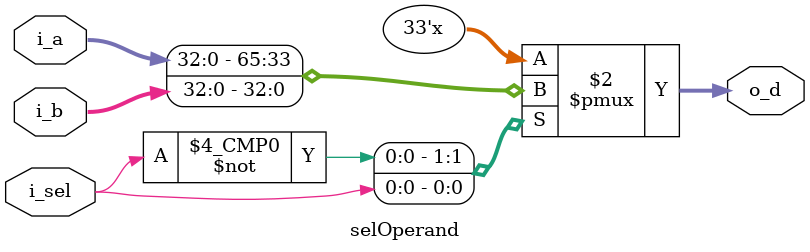
<source format=sv>
`timescale 1ns/1ps
module selOperand(
    input logic i_sel,
    input logic [32:0] i_a,
    input logic [32:0] i_b,
    output logic [32:0] o_d
);
always @(*) begin
    case (i_sel)
        1'b0: o_d = i_a;
        1'b1: o_d = i_b; 
    endcase
end
endmodule

</source>
